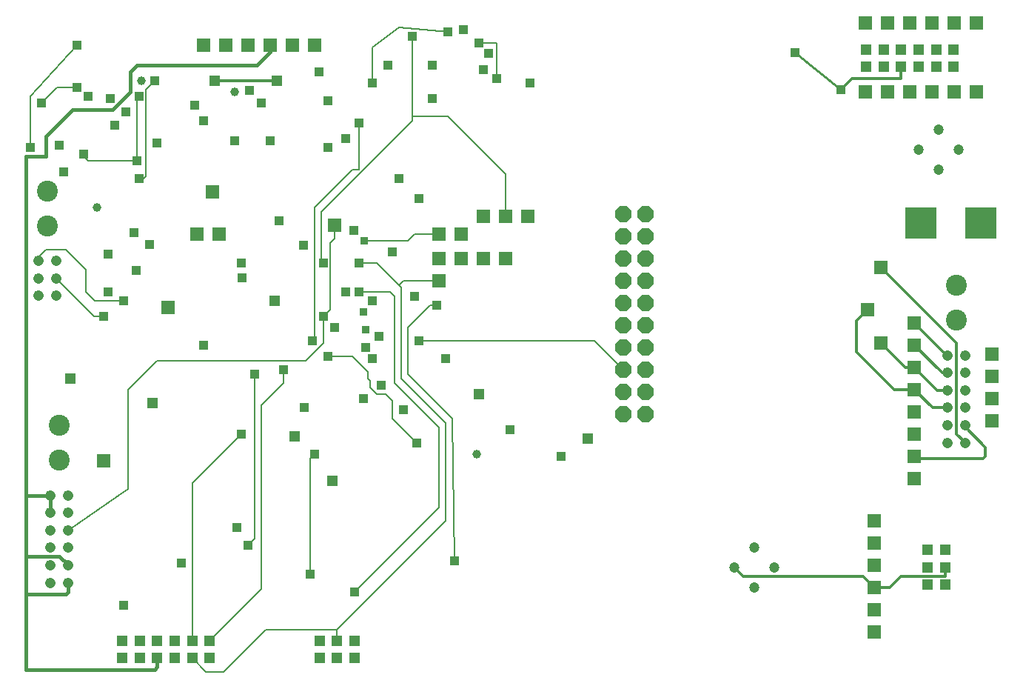
<source format=gbl>
G75*
%MOIN*%
%OFA0B0*%
%FSLAX25Y25*%
%IPPOS*%
%LPD*%
%AMOC8*
5,1,8,0,0,1.08239X$1,22.5*
%
%ADD10C,0.04756*%
%ADD11C,0.09449*%
%ADD12R,0.04756X0.04756*%
%ADD13C,0.04724*%
%ADD14OC8,0.07400*%
%ADD15R,0.03962X0.03962*%
%ADD16R,0.04600X0.04600*%
%ADD17C,0.01200*%
%ADD18R,0.06000X0.06000*%
%ADD19C,0.00800*%
%ADD20C,0.03962*%
%ADD21C,0.01500*%
%ADD22C,0.01000*%
%ADD23R,0.14000X0.14000*%
%ADD24R,0.03600X0.03600*%
D10*
X0030000Y0056000D03*
X0037874Y0056000D03*
X0037874Y0063874D03*
X0030000Y0063874D03*
X0030000Y0071748D03*
X0037874Y0071748D03*
X0037874Y0079622D03*
X0030000Y0079622D03*
X0030000Y0087496D03*
X0037874Y0087496D03*
X0037874Y0095370D03*
X0030000Y0095370D03*
X0032559Y0185118D03*
X0024685Y0185118D03*
X0024685Y0192992D03*
X0032559Y0192992D03*
X0032559Y0200866D03*
X0024685Y0200866D03*
X0434000Y0158370D03*
X0434000Y0150496D03*
X0441874Y0150496D03*
X0441874Y0158370D03*
X0441874Y0142622D03*
X0441874Y0134748D03*
X0434000Y0134748D03*
X0434000Y0142622D03*
X0434000Y0126874D03*
X0434000Y0119000D03*
X0441874Y0119000D03*
X0441874Y0126874D03*
D11*
X0437937Y0174118D03*
X0437937Y0189866D03*
X0033937Y0126866D03*
X0033937Y0111118D03*
X0028622Y0216614D03*
X0028622Y0232362D03*
D12*
X0062315Y0029937D03*
X0070189Y0029937D03*
X0078063Y0029937D03*
X0085937Y0029937D03*
X0093811Y0029937D03*
X0101685Y0029937D03*
X0101685Y0022063D03*
X0093811Y0022063D03*
X0085937Y0022063D03*
X0078063Y0022063D03*
X0070189Y0022063D03*
X0062315Y0022063D03*
X0151126Y0022063D03*
X0159000Y0022063D03*
X0166874Y0022063D03*
X0166874Y0029937D03*
X0159000Y0029937D03*
X0151126Y0029937D03*
X0425063Y0055126D03*
X0432937Y0055126D03*
X0432937Y0063000D03*
X0425063Y0063000D03*
X0425063Y0070874D03*
X0432937Y0070874D03*
X0436685Y0288063D03*
X0428811Y0288063D03*
X0420937Y0288063D03*
X0413063Y0288063D03*
X0405189Y0288063D03*
X0397315Y0288063D03*
X0397315Y0295937D03*
X0405189Y0295937D03*
X0413063Y0295937D03*
X0420937Y0295937D03*
X0428811Y0295937D03*
X0436685Y0295937D03*
D13*
X0430000Y0260031D03*
X0420972Y0251000D03*
X0430000Y0241969D03*
X0439028Y0251000D03*
X0347000Y0072028D03*
X0337969Y0063000D03*
X0347000Y0053972D03*
X0356031Y0063000D03*
D14*
X0298000Y0132000D03*
X0288000Y0132000D03*
X0288000Y0142000D03*
X0298000Y0142000D03*
X0298000Y0152000D03*
X0288000Y0152000D03*
X0288000Y0162000D03*
X0298000Y0162000D03*
X0298000Y0172000D03*
X0288000Y0172000D03*
X0288000Y0182000D03*
X0298000Y0182000D03*
X0298000Y0192000D03*
X0288000Y0192000D03*
X0288000Y0202000D03*
X0298000Y0202000D03*
X0298000Y0212000D03*
X0288000Y0212000D03*
X0288000Y0222000D03*
X0298000Y0222000D03*
D15*
X0246000Y0281000D03*
X0231000Y0283000D03*
X0225000Y0287000D03*
X0227200Y0294300D03*
X0223000Y0299000D03*
X0216000Y0305000D03*
X0209000Y0304000D03*
X0193000Y0302000D03*
X0202000Y0289000D03*
X0202000Y0274000D03*
X0182000Y0289000D03*
X0175000Y0281000D03*
X0155000Y0273000D03*
X0169000Y0263000D03*
X0163000Y0256000D03*
X0155000Y0252000D03*
X0129000Y0255000D03*
X0113053Y0254947D03*
X0099000Y0264000D03*
X0095000Y0271000D03*
X0077000Y0282000D03*
X0070000Y0275000D03*
X0064000Y0268000D03*
X0059000Y0262000D03*
X0057000Y0274000D03*
X0047000Y0275000D03*
X0042000Y0279000D03*
X0026000Y0272000D03*
X0021000Y0252000D03*
X0034000Y0253000D03*
X0045000Y0249000D03*
X0036000Y0241000D03*
X0069000Y0246000D03*
X0078000Y0254000D03*
X0070000Y0238000D03*
X0067600Y0213400D03*
X0074700Y0208200D03*
X0068700Y0196400D03*
X0056000Y0204000D03*
X0056000Y0187000D03*
X0063000Y0183000D03*
X0054000Y0176000D03*
X0099000Y0163000D03*
X0122000Y0150000D03*
X0135000Y0152000D03*
X0148000Y0165000D03*
X0155000Y0158000D03*
X0158000Y0171000D03*
X0153000Y0176000D03*
X0163000Y0187000D03*
X0169000Y0187000D03*
X0175000Y0183000D03*
X0194000Y0185000D03*
X0204000Y0181000D03*
X0196000Y0165000D03*
X0208000Y0157000D03*
X0189000Y0134000D03*
X0179000Y0145000D03*
X0171000Y0139000D03*
X0175000Y0157000D03*
X0172000Y0162000D03*
X0178000Y0167000D03*
X0169000Y0200000D03*
X0184000Y0205000D03*
X0166500Y0214500D03*
X0153000Y0200000D03*
X0144000Y0208000D03*
X0133000Y0219000D03*
X0116000Y0200000D03*
X0116300Y0193200D03*
X0187000Y0238000D03*
X0196000Y0229000D03*
X0125000Y0272000D03*
X0119500Y0277400D03*
X0151000Y0286000D03*
X0042000Y0298000D03*
X0144400Y0135000D03*
X0116000Y0123000D03*
X0149000Y0114000D03*
X0195000Y0119000D03*
X0237000Y0125000D03*
X0260000Y0113000D03*
X0212000Y0066000D03*
X0167000Y0052000D03*
X0147000Y0060000D03*
X0119000Y0073000D03*
X0114000Y0081000D03*
X0089000Y0065000D03*
X0063000Y0046000D03*
X0386000Y0278000D03*
X0365400Y0294400D03*
D16*
X0223000Y0141000D03*
X0272000Y0121000D03*
X0157000Y0102000D03*
X0140000Y0122000D03*
X0076000Y0137000D03*
X0039000Y0148000D03*
X0131100Y0182900D03*
X0132000Y0282000D03*
X0104000Y0282000D03*
D17*
X0132000Y0282000D01*
X0386000Y0278000D02*
X0391000Y0283000D01*
X0413063Y0283000D01*
X0413063Y0288063D01*
X0404000Y0198000D02*
X0438000Y0164000D01*
X0438000Y0123000D01*
X0441874Y0119126D01*
X0441874Y0119000D01*
X0441874Y0126126D02*
X0451000Y0117000D01*
X0451000Y0113000D01*
X0450000Y0112000D01*
X0420000Y0112000D01*
X0419000Y0113000D01*
X0441874Y0126126D02*
X0441874Y0126874D01*
X0434000Y0134748D02*
X0427252Y0134748D01*
X0419000Y0143000D01*
X0410000Y0143000D01*
X0393000Y0160000D01*
X0393000Y0174000D01*
X0398000Y0179000D01*
X0419000Y0173000D02*
X0433630Y0158370D01*
X0434000Y0158370D01*
X0434000Y0150496D02*
X0431504Y0150496D01*
X0419000Y0163000D01*
X0419000Y0153000D02*
X0415000Y0153000D01*
X0404000Y0164000D01*
X0419000Y0153000D02*
X0429378Y0142622D01*
X0434000Y0142622D01*
X0432937Y0063000D02*
X0432937Y0059063D01*
X0433000Y0059000D01*
X0413000Y0059000D01*
X0408000Y0054000D01*
X0401000Y0054000D01*
X0396000Y0059000D01*
X0341969Y0059000D01*
X0337969Y0063000D01*
D18*
X0401000Y0064000D03*
X0401000Y0074000D03*
X0401000Y0084000D03*
X0419000Y0103000D03*
X0419000Y0113000D03*
X0419000Y0123000D03*
X0419000Y0133000D03*
X0419000Y0143000D03*
X0419000Y0153000D03*
X0419000Y0163000D03*
X0419000Y0173000D03*
X0404000Y0164000D03*
X0398000Y0179000D03*
X0404000Y0198000D03*
X0454000Y0159000D03*
X0454000Y0149000D03*
X0454000Y0139000D03*
X0454000Y0129000D03*
X0401000Y0054000D03*
X0401000Y0044000D03*
X0401000Y0034000D03*
X0205000Y0192000D03*
X0205000Y0202000D03*
X0215000Y0202000D03*
X0225000Y0202000D03*
X0235000Y0202000D03*
X0215000Y0213000D03*
X0205000Y0213000D03*
X0225000Y0221000D03*
X0235000Y0221000D03*
X0245000Y0221000D03*
X0158000Y0217000D03*
X0106000Y0213000D03*
X0096000Y0213000D03*
X0103000Y0232000D03*
X0083000Y0180000D03*
X0054000Y0111000D03*
X0099000Y0298000D03*
X0109000Y0298000D03*
X0119000Y0298000D03*
X0129000Y0298000D03*
X0139000Y0298000D03*
X0149000Y0298000D03*
X0397000Y0308000D03*
X0407000Y0308000D03*
X0417000Y0308000D03*
X0427000Y0308000D03*
X0437000Y0308000D03*
X0447000Y0308000D03*
X0447000Y0277000D03*
X0437000Y0277000D03*
X0427000Y0277000D03*
X0417000Y0277000D03*
X0407000Y0277000D03*
X0397000Y0277000D03*
D19*
X0231000Y0283000D02*
X0231000Y0299000D01*
X0223000Y0299000D01*
X0209000Y0304000D02*
X0187000Y0306000D01*
X0175000Y0297000D01*
X0175000Y0281000D01*
X0193000Y0266000D02*
X0209000Y0266000D01*
X0235000Y0240000D01*
X0235000Y0221000D01*
X0205000Y0213000D02*
X0194000Y0213000D01*
X0191000Y0210000D01*
X0171200Y0210000D01*
X0158000Y0211000D02*
X0156000Y0209000D01*
X0156000Y0179000D01*
X0153000Y0176000D01*
X0153000Y0164000D01*
X0145000Y0156000D01*
X0078000Y0156000D01*
X0065000Y0143000D01*
X0065000Y0098126D01*
X0037874Y0079622D01*
X0093811Y0100811D02*
X0116000Y0123000D01*
X0125000Y0136000D02*
X0125000Y0053252D01*
X0101685Y0029937D01*
X0093811Y0029937D02*
X0093811Y0100811D01*
X0119000Y0073000D02*
X0122000Y0076000D01*
X0122000Y0150000D01*
X0135000Y0152000D02*
X0135000Y0146000D01*
X0125000Y0136000D01*
X0147000Y0112000D02*
X0147000Y0060000D01*
X0167000Y0052000D02*
X0205000Y0090000D01*
X0205000Y0126000D01*
X0185000Y0146000D01*
X0185000Y0185000D01*
X0183000Y0187000D01*
X0169000Y0187000D01*
X0169000Y0200000D02*
X0177000Y0200000D01*
X0187000Y0190000D01*
X0189000Y0192000D01*
X0205000Y0192000D01*
X0204000Y0181000D02*
X0201000Y0181000D01*
X0191000Y0171000D01*
X0191000Y0150000D01*
X0211000Y0130000D01*
X0212000Y0066000D01*
X0208000Y0084000D02*
X0159000Y0035000D01*
X0127000Y0035000D01*
X0108000Y0016000D01*
X0099874Y0016000D01*
X0093811Y0022063D01*
X0159000Y0029937D02*
X0159000Y0035000D01*
X0208000Y0084000D02*
X0208000Y0128000D01*
X0188000Y0148000D01*
X0188000Y0189000D01*
X0187000Y0190000D01*
X0153000Y0200000D02*
X0152000Y0201000D01*
X0152000Y0223000D01*
X0193000Y0264000D01*
X0193000Y0266000D01*
X0193000Y0302000D01*
X0169000Y0263000D02*
X0169000Y0242000D01*
X0166000Y0242000D01*
X0149000Y0225000D01*
X0149000Y0166000D01*
X0148000Y0165000D01*
X0155000Y0158000D02*
X0166000Y0158000D01*
X0173000Y0151000D01*
X0173000Y0148000D01*
X0174000Y0147000D01*
X0174000Y0144000D01*
X0177000Y0141000D01*
X0181000Y0141000D01*
X0184000Y0138000D01*
X0184000Y0130000D01*
X0195000Y0119000D01*
X0194000Y0119000D01*
X0149000Y0114000D02*
X0147000Y0112000D01*
X0196000Y0165000D02*
X0275000Y0165000D01*
X0288000Y0152000D01*
X0158000Y0211000D02*
X0158000Y0217000D01*
X0073000Y0239000D02*
X0073000Y0278000D01*
X0077000Y0282000D01*
X0070000Y0275000D02*
X0069000Y0273000D01*
X0069000Y0246000D01*
X0047000Y0246000D01*
X0045000Y0248000D01*
X0045000Y0249000D01*
X0021000Y0252000D02*
X0021000Y0275000D01*
X0042000Y0298000D01*
X0042000Y0279000D02*
X0033000Y0279000D01*
X0026000Y0272000D01*
X0072000Y0238000D02*
X0073000Y0239000D01*
X0072000Y0238000D02*
X0070000Y0238000D01*
X0037000Y0206000D02*
X0028000Y0206000D01*
X0024685Y0202685D01*
X0024685Y0200866D01*
X0032559Y0192992D02*
X0049551Y0176000D01*
X0054000Y0176000D01*
X0050000Y0183000D02*
X0063000Y0183000D01*
X0050000Y0183000D02*
X0046000Y0187000D01*
X0046000Y0197000D01*
X0037000Y0206000D01*
D20*
X0051000Y0225000D03*
X0113000Y0277000D03*
X0071000Y0282000D03*
X0222000Y0114000D03*
D21*
X0019000Y0051000D02*
X0019000Y0017000D01*
X0077000Y0017000D01*
X0078063Y0018063D01*
X0078063Y0022063D01*
X0037874Y0051874D02*
X0037000Y0051000D01*
X0019000Y0051000D01*
X0019000Y0068000D01*
X0034000Y0068000D01*
X0037874Y0064126D01*
X0037874Y0063874D01*
X0037874Y0056000D02*
X0037874Y0051874D01*
X0019000Y0068000D02*
X0019000Y0094000D01*
X0018994Y0094987D01*
X0018994Y0095370D01*
X0030000Y0095370D01*
X0030000Y0087496D01*
X0018994Y0094987D02*
X0019000Y0248000D01*
X0028000Y0248000D01*
X0028000Y0257000D01*
X0040000Y0269000D01*
X0058000Y0269000D01*
X0066000Y0277000D01*
X0066000Y0286000D01*
X0069000Y0289000D01*
X0123000Y0289000D01*
X0129000Y0295000D01*
X0129000Y0298000D01*
D22*
X0365400Y0294400D02*
X0386000Y0278000D01*
D23*
X0422000Y0218000D03*
X0449000Y0218000D03*
D24*
X0171200Y0210000D03*
X0171000Y0178000D03*
X0172000Y0170000D03*
M02*

</source>
